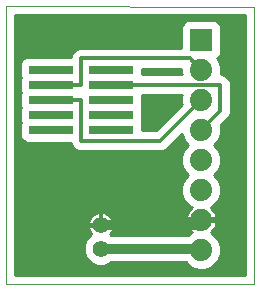
<source format=gtl>
G75*
G70*
%OFA0B0*%
%FSLAX24Y24*%
%IPPOS*%
%LPD*%
%AMOC8*
5,1,8,0,0,1.08239X$1,22.5*
%
%ADD10C,0.0000*%
%ADD11R,0.1500X0.0290*%
%ADD12R,0.0740X0.0740*%
%ADD13C,0.0740*%
%ADD14C,0.0560*%
%ADD15C,0.0320*%
%ADD16C,0.0100*%
%ADD17C,0.0120*%
D10*
X000150Y000150D02*
X000150Y009402D01*
X008400Y009400D01*
X008400Y000150D01*
X000150Y000150D01*
D11*
X001650Y005294D03*
X001650Y005794D03*
X001650Y006294D03*
X001650Y006794D03*
X001650Y007294D03*
X003650Y007294D03*
X003650Y006794D03*
X003650Y006294D03*
X003650Y005794D03*
X003650Y005294D03*
D12*
X006650Y008294D03*
D13*
X006650Y007294D03*
X006650Y006294D03*
X006650Y005294D03*
X006650Y004294D03*
X006650Y003294D03*
X006650Y002294D03*
X006650Y001294D03*
D14*
X003300Y001331D03*
X003300Y002119D03*
D15*
X006475Y002119D01*
X006650Y002294D01*
X006613Y001331D02*
X006650Y001294D01*
X006613Y001331D02*
X003300Y001331D01*
D16*
X003656Y000881D02*
X006129Y000881D01*
X006276Y000734D01*
X006519Y000634D01*
X006781Y000634D01*
X007024Y000734D01*
X007210Y000920D01*
X007310Y001162D01*
X007310Y001425D01*
X007210Y001668D01*
X007024Y001853D01*
X006963Y001878D01*
X006989Y001897D01*
X007047Y001955D01*
X007095Y002021D01*
X007132Y002094D01*
X007157Y002172D01*
X007169Y002244D01*
X006700Y002244D01*
X006700Y002344D01*
X007169Y002344D01*
X007157Y002415D01*
X007132Y002493D01*
X007095Y002566D01*
X007047Y002632D01*
X006989Y002690D01*
X006963Y002709D01*
X007024Y002734D01*
X007210Y002920D01*
X007310Y003162D01*
X007310Y003425D01*
X007210Y003668D01*
X007083Y003794D01*
X007210Y003920D01*
X007310Y004162D01*
X007310Y004425D01*
X007210Y004668D01*
X007083Y004794D01*
X007210Y004920D01*
X007310Y005162D01*
X007310Y005425D01*
X007300Y005449D01*
X007587Y005735D01*
X007640Y005864D01*
X007640Y006870D01*
X007587Y006998D01*
X007488Y007097D01*
X007360Y007150D01*
X007305Y007150D01*
X007310Y007162D01*
X007310Y007425D01*
X007210Y007668D01*
X007192Y007685D01*
X007266Y007759D01*
X007310Y007866D01*
X007310Y008721D01*
X007266Y008828D01*
X007184Y008910D01*
X007078Y008954D01*
X006222Y008954D01*
X006116Y008910D01*
X006034Y008828D01*
X005990Y008721D01*
X005990Y008019D01*
X002580Y008019D01*
X002452Y007965D01*
X002353Y007867D01*
X002300Y007738D01*
X002300Y007729D01*
X000842Y007729D01*
X000736Y007685D01*
X000654Y007603D01*
X000610Y007496D01*
X000610Y007091D01*
X000630Y007044D01*
X000610Y006996D01*
X000610Y006591D01*
X000630Y006544D01*
X000610Y006496D01*
X000610Y006091D01*
X000630Y006044D01*
X000610Y005996D01*
X000610Y005591D01*
X000630Y005544D01*
X000610Y005496D01*
X000610Y005091D01*
X000654Y004984D01*
X000736Y004903D01*
X000842Y004859D01*
X002300Y004859D01*
X002300Y004849D01*
X002353Y004720D01*
X002452Y004622D01*
X002580Y004569D01*
X005345Y004569D01*
X005473Y004622D01*
X005997Y005146D01*
X006090Y004920D01*
X006217Y004794D01*
X006090Y004668D01*
X005990Y004425D01*
X005990Y004162D01*
X006090Y003920D01*
X006217Y003794D01*
X006090Y003668D01*
X005990Y003425D01*
X005990Y003162D01*
X006090Y002920D01*
X006276Y002734D01*
X006337Y002709D01*
X006311Y002690D01*
X006253Y002632D01*
X006205Y002566D01*
X006168Y002493D01*
X006143Y002415D01*
X006131Y002344D01*
X006600Y002344D01*
X006600Y002244D01*
X006131Y002244D01*
X006143Y002172D01*
X006168Y002094D01*
X006205Y002021D01*
X006253Y001955D01*
X006311Y001897D01*
X006337Y001878D01*
X006276Y001853D01*
X006204Y001781D01*
X003656Y001781D01*
X003622Y001814D01*
X003609Y001820D01*
X003628Y001838D01*
X003667Y001893D01*
X003698Y001953D01*
X003719Y002018D01*
X003730Y002085D01*
X003730Y002100D01*
X003319Y002100D01*
X003319Y002137D01*
X003730Y002137D01*
X003730Y002152D01*
X003719Y002219D01*
X003698Y002284D01*
X003667Y002344D01*
X003628Y002399D01*
X003580Y002446D01*
X003525Y002486D01*
X003465Y002517D01*
X003400Y002538D01*
X003333Y002549D01*
X003319Y002549D01*
X003319Y002137D01*
X003281Y002137D01*
X003281Y002100D01*
X002870Y002100D01*
X002870Y002085D01*
X002880Y002018D01*
X002901Y001953D01*
X002932Y001893D01*
X002972Y001838D01*
X002990Y001820D01*
X002977Y001814D01*
X002816Y001654D01*
X002730Y001444D01*
X002730Y001218D01*
X002816Y001008D01*
X002977Y000848D01*
X003186Y000761D01*
X003413Y000761D01*
X003622Y000848D01*
X003656Y000881D01*
X003602Y000840D02*
X006171Y000840D01*
X006269Y000741D02*
X000440Y000741D01*
X000440Y000643D02*
X006497Y000643D01*
X006803Y000643D02*
X008110Y000643D01*
X008110Y000741D02*
X007031Y000741D01*
X007129Y000840D02*
X008110Y000840D01*
X008110Y000938D02*
X007217Y000938D01*
X007258Y001037D02*
X008110Y001037D01*
X008110Y001135D02*
X007299Y001135D01*
X007310Y001234D02*
X008110Y001234D01*
X008110Y001332D02*
X007310Y001332D01*
X007308Y001431D02*
X008110Y001431D01*
X008110Y001529D02*
X007267Y001529D01*
X007226Y001628D02*
X008110Y001628D01*
X008110Y001726D02*
X007151Y001726D01*
X007053Y001825D02*
X008110Y001825D01*
X008110Y001923D02*
X007015Y001923D01*
X007095Y002022D02*
X008110Y002022D01*
X008110Y002120D02*
X007140Y002120D01*
X007165Y002219D02*
X008110Y002219D01*
X008110Y002317D02*
X006700Y002317D01*
X006600Y002317D02*
X003681Y002317D01*
X003719Y002219D02*
X006135Y002219D01*
X006160Y002120D02*
X003319Y002120D01*
X003281Y002120D02*
X000440Y002120D01*
X000440Y002022D02*
X002880Y002022D01*
X002917Y001923D02*
X000440Y001923D01*
X000440Y001825D02*
X002985Y001825D01*
X002888Y001726D02*
X000440Y001726D01*
X000440Y001628D02*
X002805Y001628D01*
X002765Y001529D02*
X000440Y001529D01*
X000440Y001431D02*
X002730Y001431D01*
X002730Y001332D02*
X000440Y001332D01*
X000440Y001234D02*
X002730Y001234D01*
X002764Y001135D02*
X000440Y001135D01*
X000440Y001037D02*
X002805Y001037D01*
X002887Y000938D02*
X000440Y000938D01*
X000440Y000840D02*
X002997Y000840D01*
X003614Y001825D02*
X006247Y001825D01*
X006285Y001923D02*
X003683Y001923D01*
X003720Y002022D02*
X006205Y002022D01*
X006143Y002416D02*
X003611Y002416D01*
X003471Y002514D02*
X006179Y002514D01*
X006239Y002613D02*
X000440Y002613D01*
X000440Y002711D02*
X006332Y002711D01*
X006201Y002810D02*
X000440Y002810D01*
X000440Y002908D02*
X006102Y002908D01*
X006055Y003007D02*
X000440Y003007D01*
X000440Y003105D02*
X006014Y003105D01*
X005990Y003204D02*
X000440Y003204D01*
X000440Y003302D02*
X005990Y003302D01*
X005990Y003401D02*
X000440Y003401D01*
X000440Y003499D02*
X006021Y003499D01*
X006061Y003598D02*
X000440Y003598D01*
X000440Y003696D02*
X006119Y003696D01*
X006216Y003795D02*
X000440Y003795D01*
X000440Y003893D02*
X006117Y003893D01*
X006061Y003992D02*
X000440Y003992D01*
X000440Y004090D02*
X006020Y004090D01*
X005990Y004189D02*
X000440Y004189D01*
X000440Y004287D02*
X005990Y004287D01*
X005990Y004386D02*
X000440Y004386D01*
X000440Y004484D02*
X006014Y004484D01*
X006055Y004583D02*
X005378Y004583D01*
X005532Y004681D02*
X006104Y004681D01*
X006202Y004780D02*
X005631Y004780D01*
X005729Y004878D02*
X006132Y004878D01*
X006067Y004977D02*
X005828Y004977D01*
X005926Y005075D02*
X006026Y005075D01*
X005527Y005666D02*
X004690Y005666D01*
X004690Y005591D02*
X004690Y005996D01*
X004670Y006044D01*
X004690Y006091D01*
X004690Y006444D01*
X005998Y006444D01*
X005990Y006425D01*
X005990Y006162D01*
X006000Y006139D01*
X005130Y005269D01*
X004690Y005269D01*
X004690Y005496D01*
X004670Y005544D01*
X004690Y005591D01*
X004680Y005568D02*
X005429Y005568D01*
X005330Y005469D02*
X004690Y005469D01*
X004690Y005371D02*
X005232Y005371D01*
X005133Y005272D02*
X004690Y005272D01*
X004690Y005765D02*
X005626Y005765D01*
X005724Y005863D02*
X004690Y005863D01*
X004690Y005962D02*
X005823Y005962D01*
X005921Y006060D02*
X004677Y006060D01*
X004690Y006159D02*
X005992Y006159D01*
X005990Y006257D02*
X004690Y006257D01*
X004690Y006356D02*
X005990Y006356D01*
X005998Y007144D02*
X005990Y007162D01*
X005990Y007319D01*
X004690Y007319D01*
X004690Y007144D01*
X005998Y007144D01*
X005990Y007242D02*
X004690Y007242D01*
X005990Y008030D02*
X000440Y008030D01*
X000440Y007932D02*
X002418Y007932D01*
X002339Y007833D02*
X000440Y007833D01*
X000440Y007735D02*
X002300Y007735D01*
X000687Y007636D02*
X000440Y007636D01*
X000440Y007538D02*
X000627Y007538D01*
X000610Y007439D02*
X000440Y007439D01*
X000440Y007341D02*
X000610Y007341D01*
X000610Y007242D02*
X000440Y007242D01*
X000440Y007144D02*
X000610Y007144D01*
X000629Y007045D02*
X000440Y007045D01*
X000440Y006947D02*
X000610Y006947D01*
X000610Y006848D02*
X000440Y006848D01*
X000440Y006750D02*
X000610Y006750D01*
X000610Y006651D02*
X000440Y006651D01*
X000440Y006553D02*
X000626Y006553D01*
X000610Y006454D02*
X000440Y006454D01*
X000440Y006356D02*
X000610Y006356D01*
X000610Y006257D02*
X000440Y006257D01*
X000440Y006159D02*
X000610Y006159D01*
X000623Y006060D02*
X000440Y006060D01*
X000440Y005962D02*
X000610Y005962D01*
X000610Y005863D02*
X000440Y005863D01*
X000440Y005765D02*
X000610Y005765D01*
X000610Y005666D02*
X000440Y005666D01*
X000440Y005568D02*
X000620Y005568D01*
X000610Y005469D02*
X000440Y005469D01*
X000440Y005371D02*
X000610Y005371D01*
X000610Y005272D02*
X000440Y005272D01*
X000440Y005174D02*
X000610Y005174D01*
X000617Y005075D02*
X000440Y005075D01*
X000440Y004977D02*
X000662Y004977D01*
X000796Y004878D02*
X000440Y004878D01*
X000440Y004780D02*
X002329Y004780D01*
X002393Y004681D02*
X000440Y004681D01*
X000440Y004583D02*
X002547Y004583D01*
X003199Y002538D02*
X003135Y002517D01*
X003074Y002486D01*
X003019Y002446D01*
X002972Y002399D01*
X002932Y002344D01*
X002901Y002284D01*
X002880Y002219D01*
X002870Y002152D01*
X002870Y002137D01*
X003281Y002137D01*
X003281Y002549D01*
X003266Y002549D01*
X003199Y002538D01*
X003129Y002514D02*
X000440Y002514D01*
X000440Y002416D02*
X002988Y002416D01*
X002918Y002317D02*
X000440Y002317D01*
X000440Y002219D02*
X002880Y002219D01*
X003281Y002219D02*
X003319Y002219D01*
X003319Y002317D02*
X003281Y002317D01*
X003281Y002416D02*
X003319Y002416D01*
X003319Y002514D02*
X003281Y002514D01*
X000440Y000544D02*
X008110Y000544D01*
X008110Y000446D02*
X000440Y000446D01*
X000440Y000440D02*
X000440Y009112D01*
X008110Y009110D01*
X008110Y000440D01*
X000440Y000440D01*
X006968Y002711D02*
X008110Y002711D01*
X008110Y002613D02*
X007061Y002613D01*
X007121Y002514D02*
X008110Y002514D01*
X008110Y002416D02*
X007157Y002416D01*
X007099Y002810D02*
X008110Y002810D01*
X008110Y002908D02*
X007198Y002908D01*
X007245Y003007D02*
X008110Y003007D01*
X008110Y003105D02*
X007286Y003105D01*
X007310Y003204D02*
X008110Y003204D01*
X008110Y003302D02*
X007310Y003302D01*
X007310Y003401D02*
X008110Y003401D01*
X008110Y003499D02*
X007279Y003499D01*
X007239Y003598D02*
X008110Y003598D01*
X008110Y003696D02*
X007181Y003696D01*
X007084Y003795D02*
X008110Y003795D01*
X008110Y003893D02*
X007183Y003893D01*
X007239Y003992D02*
X008110Y003992D01*
X008110Y004090D02*
X007280Y004090D01*
X007310Y004189D02*
X008110Y004189D01*
X008110Y004287D02*
X007310Y004287D01*
X007310Y004386D02*
X008110Y004386D01*
X008110Y004484D02*
X007286Y004484D01*
X007245Y004583D02*
X008110Y004583D01*
X008110Y004681D02*
X007196Y004681D01*
X007098Y004780D02*
X008110Y004780D01*
X008110Y004878D02*
X007168Y004878D01*
X007233Y004977D02*
X008110Y004977D01*
X008110Y005075D02*
X007274Y005075D01*
X007310Y005174D02*
X008110Y005174D01*
X008110Y005272D02*
X007310Y005272D01*
X007310Y005371D02*
X008110Y005371D01*
X008110Y005469D02*
X007320Y005469D01*
X007419Y005568D02*
X008110Y005568D01*
X008110Y005666D02*
X007517Y005666D01*
X007599Y005765D02*
X008110Y005765D01*
X008110Y005863D02*
X007640Y005863D01*
X007640Y005962D02*
X008110Y005962D01*
X008110Y006060D02*
X007640Y006060D01*
X007640Y006159D02*
X008110Y006159D01*
X008110Y006257D02*
X007640Y006257D01*
X007640Y006356D02*
X008110Y006356D01*
X008110Y006454D02*
X007640Y006454D01*
X007640Y006553D02*
X008110Y006553D01*
X008110Y006651D02*
X007640Y006651D01*
X007640Y006750D02*
X008110Y006750D01*
X008110Y006848D02*
X007640Y006848D01*
X007608Y006947D02*
X008110Y006947D01*
X008110Y007045D02*
X007540Y007045D01*
X007375Y007144D02*
X008110Y007144D01*
X008110Y007242D02*
X007310Y007242D01*
X007310Y007341D02*
X008110Y007341D01*
X008110Y007439D02*
X007304Y007439D01*
X007263Y007538D02*
X008110Y007538D01*
X008110Y007636D02*
X007223Y007636D01*
X007241Y007735D02*
X008110Y007735D01*
X008110Y007833D02*
X007296Y007833D01*
X007310Y007932D02*
X008110Y007932D01*
X008110Y008030D02*
X007310Y008030D01*
X007310Y008129D02*
X008110Y008129D01*
X008110Y008227D02*
X007310Y008227D01*
X007310Y008326D02*
X008110Y008326D01*
X008110Y008424D02*
X007310Y008424D01*
X007310Y008523D02*
X008110Y008523D01*
X008110Y008621D02*
X007310Y008621D01*
X007310Y008720D02*
X008110Y008720D01*
X008110Y008818D02*
X007270Y008818D01*
X007167Y008917D02*
X008110Y008917D01*
X008110Y009015D02*
X000440Y009015D01*
X000440Y008917D02*
X006133Y008917D01*
X006030Y008818D02*
X000440Y008818D01*
X000440Y008720D02*
X005990Y008720D01*
X005990Y008621D02*
X000440Y008621D01*
X000440Y008523D02*
X005990Y008523D01*
X005990Y008424D02*
X000440Y008424D01*
X000440Y008326D02*
X005990Y008326D01*
X005990Y008227D02*
X000440Y008227D01*
X000440Y008129D02*
X005990Y008129D01*
D17*
X006275Y007669D02*
X006650Y007294D01*
X006275Y007669D02*
X002650Y007669D01*
X002650Y006794D01*
X001650Y006794D01*
X001650Y006294D02*
X002650Y006294D01*
X002650Y004919D01*
X005275Y004919D01*
X006650Y006294D01*
X007290Y005934D02*
X006650Y005294D01*
X007290Y005934D02*
X007290Y006800D01*
X007284Y006794D01*
X003650Y006794D01*
M02*

</source>
